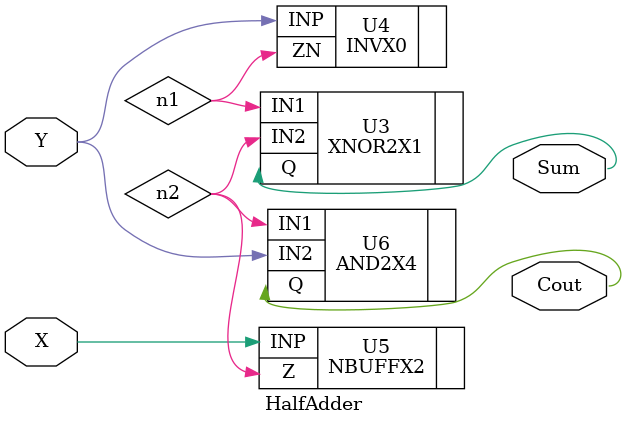
<source format=v>

module HalfAdder ( X, Y, Cout, Sum );
  input X, Y;
  output Cout, Sum;
  wire   n1, n2;

  XNOR2X1 U3 ( .IN1(n1), .IN2(n2), .Q(Sum) );
  INVX0 U4 ( .INP(Y), .ZN(n1) );
  NBUFFX2 U5 ( .INP(X), .Z(n2) );
  AND2X4 U6 ( .IN1(n2), .IN2(Y), .Q(Cout) );
endmodule


</source>
